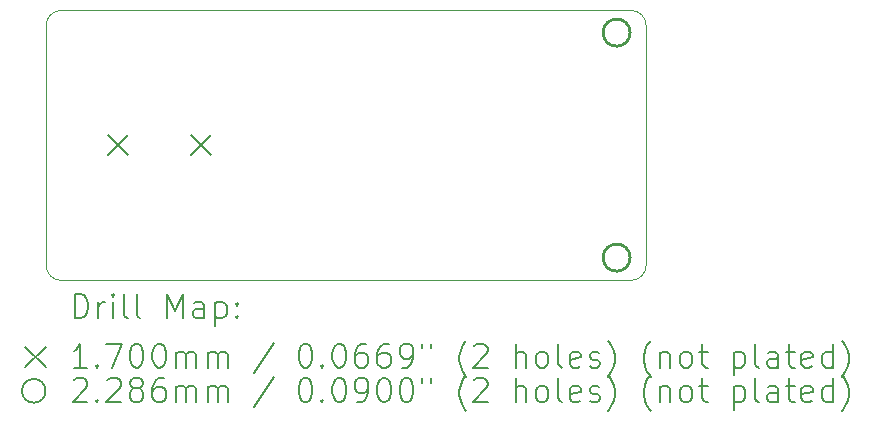
<source format=gbr>
%TF.GenerationSoftware,KiCad,Pcbnew,7.0.1*%
%TF.CreationDate,2023-08-17T16:02:13-05:00*%
%TF.ProjectId,MiniWAV,4d696e69-5741-4562-9e6b-696361645f70,A*%
%TF.SameCoordinates,Original*%
%TF.FileFunction,Drillmap*%
%TF.FilePolarity,Positive*%
%FSLAX45Y45*%
G04 Gerber Fmt 4.5, Leading zero omitted, Abs format (unit mm)*
G04 Created by KiCad (PCBNEW 7.0.1) date 2023-08-17 16:02:13*
%MOMM*%
%LPD*%
G01*
G04 APERTURE LIST*
%ADD10C,0.100000*%
%ADD11C,0.200000*%
%ADD12C,0.170000*%
%ADD13C,0.228600*%
G04 APERTURE END LIST*
D10*
X17040000Y-8814000D02*
X17040000Y-10846000D01*
X16913000Y-10973000D02*
G75*
G03*
X17040000Y-10846000I10J126990D01*
G01*
X12087000Y-8687000D02*
G75*
G03*
X11960000Y-8814000I10J-127010D01*
G01*
X12087000Y-8687000D02*
X16913000Y-8687000D01*
X17040000Y-8814000D02*
G75*
G03*
X16913000Y-8687000I-127000J0D01*
G01*
X11960000Y-10846000D02*
G75*
G03*
X12087000Y-10973000I127000J0D01*
G01*
X11960000Y-10846000D02*
X11960000Y-8814000D01*
X16913000Y-10973000D02*
X12087000Y-10973000D01*
D11*
D12*
X12485000Y-9745500D02*
X12655000Y-9915500D01*
X12655000Y-9745500D02*
X12485000Y-9915500D01*
X13185000Y-9745500D02*
X13355000Y-9915500D01*
X13355000Y-9745500D02*
X13185000Y-9915500D01*
D13*
X16904300Y-8875500D02*
G75*
G03*
X16904300Y-8875500I-114300J0D01*
G01*
X16904300Y-10780500D02*
G75*
G03*
X16904300Y-10780500I-114300J0D01*
G01*
D11*
X12202619Y-11290524D02*
X12202619Y-11090524D01*
X12202619Y-11090524D02*
X12250238Y-11090524D01*
X12250238Y-11090524D02*
X12278809Y-11100048D01*
X12278809Y-11100048D02*
X12297857Y-11119095D01*
X12297857Y-11119095D02*
X12307381Y-11138143D01*
X12307381Y-11138143D02*
X12316905Y-11176238D01*
X12316905Y-11176238D02*
X12316905Y-11204809D01*
X12316905Y-11204809D02*
X12307381Y-11242905D01*
X12307381Y-11242905D02*
X12297857Y-11261952D01*
X12297857Y-11261952D02*
X12278809Y-11281000D01*
X12278809Y-11281000D02*
X12250238Y-11290524D01*
X12250238Y-11290524D02*
X12202619Y-11290524D01*
X12402619Y-11290524D02*
X12402619Y-11157190D01*
X12402619Y-11195286D02*
X12412143Y-11176238D01*
X12412143Y-11176238D02*
X12421667Y-11166714D01*
X12421667Y-11166714D02*
X12440714Y-11157190D01*
X12440714Y-11157190D02*
X12459762Y-11157190D01*
X12526428Y-11290524D02*
X12526428Y-11157190D01*
X12526428Y-11090524D02*
X12516905Y-11100048D01*
X12516905Y-11100048D02*
X12526428Y-11109571D01*
X12526428Y-11109571D02*
X12535952Y-11100048D01*
X12535952Y-11100048D02*
X12526428Y-11090524D01*
X12526428Y-11090524D02*
X12526428Y-11109571D01*
X12650238Y-11290524D02*
X12631190Y-11281000D01*
X12631190Y-11281000D02*
X12621667Y-11261952D01*
X12621667Y-11261952D02*
X12621667Y-11090524D01*
X12755000Y-11290524D02*
X12735952Y-11281000D01*
X12735952Y-11281000D02*
X12726428Y-11261952D01*
X12726428Y-11261952D02*
X12726428Y-11090524D01*
X12983571Y-11290524D02*
X12983571Y-11090524D01*
X12983571Y-11090524D02*
X13050238Y-11233381D01*
X13050238Y-11233381D02*
X13116905Y-11090524D01*
X13116905Y-11090524D02*
X13116905Y-11290524D01*
X13297857Y-11290524D02*
X13297857Y-11185762D01*
X13297857Y-11185762D02*
X13288333Y-11166714D01*
X13288333Y-11166714D02*
X13269286Y-11157190D01*
X13269286Y-11157190D02*
X13231190Y-11157190D01*
X13231190Y-11157190D02*
X13212143Y-11166714D01*
X13297857Y-11281000D02*
X13278809Y-11290524D01*
X13278809Y-11290524D02*
X13231190Y-11290524D01*
X13231190Y-11290524D02*
X13212143Y-11281000D01*
X13212143Y-11281000D02*
X13202619Y-11261952D01*
X13202619Y-11261952D02*
X13202619Y-11242905D01*
X13202619Y-11242905D02*
X13212143Y-11223857D01*
X13212143Y-11223857D02*
X13231190Y-11214333D01*
X13231190Y-11214333D02*
X13278809Y-11214333D01*
X13278809Y-11214333D02*
X13297857Y-11204809D01*
X13393095Y-11157190D02*
X13393095Y-11357190D01*
X13393095Y-11166714D02*
X13412143Y-11157190D01*
X13412143Y-11157190D02*
X13450238Y-11157190D01*
X13450238Y-11157190D02*
X13469286Y-11166714D01*
X13469286Y-11166714D02*
X13478809Y-11176238D01*
X13478809Y-11176238D02*
X13488333Y-11195286D01*
X13488333Y-11195286D02*
X13488333Y-11252428D01*
X13488333Y-11252428D02*
X13478809Y-11271476D01*
X13478809Y-11271476D02*
X13469286Y-11281000D01*
X13469286Y-11281000D02*
X13450238Y-11290524D01*
X13450238Y-11290524D02*
X13412143Y-11290524D01*
X13412143Y-11290524D02*
X13393095Y-11281000D01*
X13574048Y-11271476D02*
X13583571Y-11281000D01*
X13583571Y-11281000D02*
X13574048Y-11290524D01*
X13574048Y-11290524D02*
X13564524Y-11281000D01*
X13564524Y-11281000D02*
X13574048Y-11271476D01*
X13574048Y-11271476D02*
X13574048Y-11290524D01*
X13574048Y-11166714D02*
X13583571Y-11176238D01*
X13583571Y-11176238D02*
X13574048Y-11185762D01*
X13574048Y-11185762D02*
X13564524Y-11176238D01*
X13564524Y-11176238D02*
X13574048Y-11166714D01*
X13574048Y-11166714D02*
X13574048Y-11185762D01*
D12*
X11785000Y-11533000D02*
X11955000Y-11703000D01*
X11955000Y-11533000D02*
X11785000Y-11703000D01*
D11*
X12307381Y-11710524D02*
X12193095Y-11710524D01*
X12250238Y-11710524D02*
X12250238Y-11510524D01*
X12250238Y-11510524D02*
X12231190Y-11539095D01*
X12231190Y-11539095D02*
X12212143Y-11558143D01*
X12212143Y-11558143D02*
X12193095Y-11567667D01*
X12393095Y-11691476D02*
X12402619Y-11701000D01*
X12402619Y-11701000D02*
X12393095Y-11710524D01*
X12393095Y-11710524D02*
X12383571Y-11701000D01*
X12383571Y-11701000D02*
X12393095Y-11691476D01*
X12393095Y-11691476D02*
X12393095Y-11710524D01*
X12469286Y-11510524D02*
X12602619Y-11510524D01*
X12602619Y-11510524D02*
X12516905Y-11710524D01*
X12716905Y-11510524D02*
X12735952Y-11510524D01*
X12735952Y-11510524D02*
X12755000Y-11520048D01*
X12755000Y-11520048D02*
X12764524Y-11529571D01*
X12764524Y-11529571D02*
X12774048Y-11548619D01*
X12774048Y-11548619D02*
X12783571Y-11586714D01*
X12783571Y-11586714D02*
X12783571Y-11634333D01*
X12783571Y-11634333D02*
X12774048Y-11672428D01*
X12774048Y-11672428D02*
X12764524Y-11691476D01*
X12764524Y-11691476D02*
X12755000Y-11701000D01*
X12755000Y-11701000D02*
X12735952Y-11710524D01*
X12735952Y-11710524D02*
X12716905Y-11710524D01*
X12716905Y-11710524D02*
X12697857Y-11701000D01*
X12697857Y-11701000D02*
X12688333Y-11691476D01*
X12688333Y-11691476D02*
X12678809Y-11672428D01*
X12678809Y-11672428D02*
X12669286Y-11634333D01*
X12669286Y-11634333D02*
X12669286Y-11586714D01*
X12669286Y-11586714D02*
X12678809Y-11548619D01*
X12678809Y-11548619D02*
X12688333Y-11529571D01*
X12688333Y-11529571D02*
X12697857Y-11520048D01*
X12697857Y-11520048D02*
X12716905Y-11510524D01*
X12907381Y-11510524D02*
X12926429Y-11510524D01*
X12926429Y-11510524D02*
X12945476Y-11520048D01*
X12945476Y-11520048D02*
X12955000Y-11529571D01*
X12955000Y-11529571D02*
X12964524Y-11548619D01*
X12964524Y-11548619D02*
X12974048Y-11586714D01*
X12974048Y-11586714D02*
X12974048Y-11634333D01*
X12974048Y-11634333D02*
X12964524Y-11672428D01*
X12964524Y-11672428D02*
X12955000Y-11691476D01*
X12955000Y-11691476D02*
X12945476Y-11701000D01*
X12945476Y-11701000D02*
X12926429Y-11710524D01*
X12926429Y-11710524D02*
X12907381Y-11710524D01*
X12907381Y-11710524D02*
X12888333Y-11701000D01*
X12888333Y-11701000D02*
X12878809Y-11691476D01*
X12878809Y-11691476D02*
X12869286Y-11672428D01*
X12869286Y-11672428D02*
X12859762Y-11634333D01*
X12859762Y-11634333D02*
X12859762Y-11586714D01*
X12859762Y-11586714D02*
X12869286Y-11548619D01*
X12869286Y-11548619D02*
X12878809Y-11529571D01*
X12878809Y-11529571D02*
X12888333Y-11520048D01*
X12888333Y-11520048D02*
X12907381Y-11510524D01*
X13059762Y-11710524D02*
X13059762Y-11577190D01*
X13059762Y-11596238D02*
X13069286Y-11586714D01*
X13069286Y-11586714D02*
X13088333Y-11577190D01*
X13088333Y-11577190D02*
X13116905Y-11577190D01*
X13116905Y-11577190D02*
X13135952Y-11586714D01*
X13135952Y-11586714D02*
X13145476Y-11605762D01*
X13145476Y-11605762D02*
X13145476Y-11710524D01*
X13145476Y-11605762D02*
X13155000Y-11586714D01*
X13155000Y-11586714D02*
X13174048Y-11577190D01*
X13174048Y-11577190D02*
X13202619Y-11577190D01*
X13202619Y-11577190D02*
X13221667Y-11586714D01*
X13221667Y-11586714D02*
X13231190Y-11605762D01*
X13231190Y-11605762D02*
X13231190Y-11710524D01*
X13326429Y-11710524D02*
X13326429Y-11577190D01*
X13326429Y-11596238D02*
X13335952Y-11586714D01*
X13335952Y-11586714D02*
X13355000Y-11577190D01*
X13355000Y-11577190D02*
X13383571Y-11577190D01*
X13383571Y-11577190D02*
X13402619Y-11586714D01*
X13402619Y-11586714D02*
X13412143Y-11605762D01*
X13412143Y-11605762D02*
X13412143Y-11710524D01*
X13412143Y-11605762D02*
X13421667Y-11586714D01*
X13421667Y-11586714D02*
X13440714Y-11577190D01*
X13440714Y-11577190D02*
X13469286Y-11577190D01*
X13469286Y-11577190D02*
X13488333Y-11586714D01*
X13488333Y-11586714D02*
X13497857Y-11605762D01*
X13497857Y-11605762D02*
X13497857Y-11710524D01*
X13888333Y-11501000D02*
X13716905Y-11758143D01*
X14145476Y-11510524D02*
X14164524Y-11510524D01*
X14164524Y-11510524D02*
X14183572Y-11520048D01*
X14183572Y-11520048D02*
X14193095Y-11529571D01*
X14193095Y-11529571D02*
X14202619Y-11548619D01*
X14202619Y-11548619D02*
X14212143Y-11586714D01*
X14212143Y-11586714D02*
X14212143Y-11634333D01*
X14212143Y-11634333D02*
X14202619Y-11672428D01*
X14202619Y-11672428D02*
X14193095Y-11691476D01*
X14193095Y-11691476D02*
X14183572Y-11701000D01*
X14183572Y-11701000D02*
X14164524Y-11710524D01*
X14164524Y-11710524D02*
X14145476Y-11710524D01*
X14145476Y-11710524D02*
X14126429Y-11701000D01*
X14126429Y-11701000D02*
X14116905Y-11691476D01*
X14116905Y-11691476D02*
X14107381Y-11672428D01*
X14107381Y-11672428D02*
X14097857Y-11634333D01*
X14097857Y-11634333D02*
X14097857Y-11586714D01*
X14097857Y-11586714D02*
X14107381Y-11548619D01*
X14107381Y-11548619D02*
X14116905Y-11529571D01*
X14116905Y-11529571D02*
X14126429Y-11520048D01*
X14126429Y-11520048D02*
X14145476Y-11510524D01*
X14297857Y-11691476D02*
X14307381Y-11701000D01*
X14307381Y-11701000D02*
X14297857Y-11710524D01*
X14297857Y-11710524D02*
X14288333Y-11701000D01*
X14288333Y-11701000D02*
X14297857Y-11691476D01*
X14297857Y-11691476D02*
X14297857Y-11710524D01*
X14431191Y-11510524D02*
X14450238Y-11510524D01*
X14450238Y-11510524D02*
X14469286Y-11520048D01*
X14469286Y-11520048D02*
X14478810Y-11529571D01*
X14478810Y-11529571D02*
X14488333Y-11548619D01*
X14488333Y-11548619D02*
X14497857Y-11586714D01*
X14497857Y-11586714D02*
X14497857Y-11634333D01*
X14497857Y-11634333D02*
X14488333Y-11672428D01*
X14488333Y-11672428D02*
X14478810Y-11691476D01*
X14478810Y-11691476D02*
X14469286Y-11701000D01*
X14469286Y-11701000D02*
X14450238Y-11710524D01*
X14450238Y-11710524D02*
X14431191Y-11710524D01*
X14431191Y-11710524D02*
X14412143Y-11701000D01*
X14412143Y-11701000D02*
X14402619Y-11691476D01*
X14402619Y-11691476D02*
X14393095Y-11672428D01*
X14393095Y-11672428D02*
X14383572Y-11634333D01*
X14383572Y-11634333D02*
X14383572Y-11586714D01*
X14383572Y-11586714D02*
X14393095Y-11548619D01*
X14393095Y-11548619D02*
X14402619Y-11529571D01*
X14402619Y-11529571D02*
X14412143Y-11520048D01*
X14412143Y-11520048D02*
X14431191Y-11510524D01*
X14669286Y-11510524D02*
X14631191Y-11510524D01*
X14631191Y-11510524D02*
X14612143Y-11520048D01*
X14612143Y-11520048D02*
X14602619Y-11529571D01*
X14602619Y-11529571D02*
X14583572Y-11558143D01*
X14583572Y-11558143D02*
X14574048Y-11596238D01*
X14574048Y-11596238D02*
X14574048Y-11672428D01*
X14574048Y-11672428D02*
X14583572Y-11691476D01*
X14583572Y-11691476D02*
X14593095Y-11701000D01*
X14593095Y-11701000D02*
X14612143Y-11710524D01*
X14612143Y-11710524D02*
X14650238Y-11710524D01*
X14650238Y-11710524D02*
X14669286Y-11701000D01*
X14669286Y-11701000D02*
X14678810Y-11691476D01*
X14678810Y-11691476D02*
X14688333Y-11672428D01*
X14688333Y-11672428D02*
X14688333Y-11624809D01*
X14688333Y-11624809D02*
X14678810Y-11605762D01*
X14678810Y-11605762D02*
X14669286Y-11596238D01*
X14669286Y-11596238D02*
X14650238Y-11586714D01*
X14650238Y-11586714D02*
X14612143Y-11586714D01*
X14612143Y-11586714D02*
X14593095Y-11596238D01*
X14593095Y-11596238D02*
X14583572Y-11605762D01*
X14583572Y-11605762D02*
X14574048Y-11624809D01*
X14859762Y-11510524D02*
X14821667Y-11510524D01*
X14821667Y-11510524D02*
X14802619Y-11520048D01*
X14802619Y-11520048D02*
X14793095Y-11529571D01*
X14793095Y-11529571D02*
X14774048Y-11558143D01*
X14774048Y-11558143D02*
X14764524Y-11596238D01*
X14764524Y-11596238D02*
X14764524Y-11672428D01*
X14764524Y-11672428D02*
X14774048Y-11691476D01*
X14774048Y-11691476D02*
X14783572Y-11701000D01*
X14783572Y-11701000D02*
X14802619Y-11710524D01*
X14802619Y-11710524D02*
X14840714Y-11710524D01*
X14840714Y-11710524D02*
X14859762Y-11701000D01*
X14859762Y-11701000D02*
X14869286Y-11691476D01*
X14869286Y-11691476D02*
X14878810Y-11672428D01*
X14878810Y-11672428D02*
X14878810Y-11624809D01*
X14878810Y-11624809D02*
X14869286Y-11605762D01*
X14869286Y-11605762D02*
X14859762Y-11596238D01*
X14859762Y-11596238D02*
X14840714Y-11586714D01*
X14840714Y-11586714D02*
X14802619Y-11586714D01*
X14802619Y-11586714D02*
X14783572Y-11596238D01*
X14783572Y-11596238D02*
X14774048Y-11605762D01*
X14774048Y-11605762D02*
X14764524Y-11624809D01*
X14974048Y-11710524D02*
X15012143Y-11710524D01*
X15012143Y-11710524D02*
X15031191Y-11701000D01*
X15031191Y-11701000D02*
X15040714Y-11691476D01*
X15040714Y-11691476D02*
X15059762Y-11662905D01*
X15059762Y-11662905D02*
X15069286Y-11624809D01*
X15069286Y-11624809D02*
X15069286Y-11548619D01*
X15069286Y-11548619D02*
X15059762Y-11529571D01*
X15059762Y-11529571D02*
X15050238Y-11520048D01*
X15050238Y-11520048D02*
X15031191Y-11510524D01*
X15031191Y-11510524D02*
X14993095Y-11510524D01*
X14993095Y-11510524D02*
X14974048Y-11520048D01*
X14974048Y-11520048D02*
X14964524Y-11529571D01*
X14964524Y-11529571D02*
X14955000Y-11548619D01*
X14955000Y-11548619D02*
X14955000Y-11596238D01*
X14955000Y-11596238D02*
X14964524Y-11615286D01*
X14964524Y-11615286D02*
X14974048Y-11624809D01*
X14974048Y-11624809D02*
X14993095Y-11634333D01*
X14993095Y-11634333D02*
X15031191Y-11634333D01*
X15031191Y-11634333D02*
X15050238Y-11624809D01*
X15050238Y-11624809D02*
X15059762Y-11615286D01*
X15059762Y-11615286D02*
X15069286Y-11596238D01*
X15145476Y-11510524D02*
X15145476Y-11548619D01*
X15221667Y-11510524D02*
X15221667Y-11548619D01*
X15516905Y-11786714D02*
X15507381Y-11777190D01*
X15507381Y-11777190D02*
X15488334Y-11748619D01*
X15488334Y-11748619D02*
X15478810Y-11729571D01*
X15478810Y-11729571D02*
X15469286Y-11701000D01*
X15469286Y-11701000D02*
X15459762Y-11653381D01*
X15459762Y-11653381D02*
X15459762Y-11615286D01*
X15459762Y-11615286D02*
X15469286Y-11567667D01*
X15469286Y-11567667D02*
X15478810Y-11539095D01*
X15478810Y-11539095D02*
X15488334Y-11520048D01*
X15488334Y-11520048D02*
X15507381Y-11491476D01*
X15507381Y-11491476D02*
X15516905Y-11481952D01*
X15583572Y-11529571D02*
X15593095Y-11520048D01*
X15593095Y-11520048D02*
X15612143Y-11510524D01*
X15612143Y-11510524D02*
X15659762Y-11510524D01*
X15659762Y-11510524D02*
X15678810Y-11520048D01*
X15678810Y-11520048D02*
X15688334Y-11529571D01*
X15688334Y-11529571D02*
X15697857Y-11548619D01*
X15697857Y-11548619D02*
X15697857Y-11567667D01*
X15697857Y-11567667D02*
X15688334Y-11596238D01*
X15688334Y-11596238D02*
X15574048Y-11710524D01*
X15574048Y-11710524D02*
X15697857Y-11710524D01*
X15935953Y-11710524D02*
X15935953Y-11510524D01*
X16021667Y-11710524D02*
X16021667Y-11605762D01*
X16021667Y-11605762D02*
X16012143Y-11586714D01*
X16012143Y-11586714D02*
X15993096Y-11577190D01*
X15993096Y-11577190D02*
X15964524Y-11577190D01*
X15964524Y-11577190D02*
X15945476Y-11586714D01*
X15945476Y-11586714D02*
X15935953Y-11596238D01*
X16145476Y-11710524D02*
X16126429Y-11701000D01*
X16126429Y-11701000D02*
X16116905Y-11691476D01*
X16116905Y-11691476D02*
X16107381Y-11672428D01*
X16107381Y-11672428D02*
X16107381Y-11615286D01*
X16107381Y-11615286D02*
X16116905Y-11596238D01*
X16116905Y-11596238D02*
X16126429Y-11586714D01*
X16126429Y-11586714D02*
X16145476Y-11577190D01*
X16145476Y-11577190D02*
X16174048Y-11577190D01*
X16174048Y-11577190D02*
X16193096Y-11586714D01*
X16193096Y-11586714D02*
X16202619Y-11596238D01*
X16202619Y-11596238D02*
X16212143Y-11615286D01*
X16212143Y-11615286D02*
X16212143Y-11672428D01*
X16212143Y-11672428D02*
X16202619Y-11691476D01*
X16202619Y-11691476D02*
X16193096Y-11701000D01*
X16193096Y-11701000D02*
X16174048Y-11710524D01*
X16174048Y-11710524D02*
X16145476Y-11710524D01*
X16326429Y-11710524D02*
X16307381Y-11701000D01*
X16307381Y-11701000D02*
X16297857Y-11681952D01*
X16297857Y-11681952D02*
X16297857Y-11510524D01*
X16478810Y-11701000D02*
X16459762Y-11710524D01*
X16459762Y-11710524D02*
X16421667Y-11710524D01*
X16421667Y-11710524D02*
X16402619Y-11701000D01*
X16402619Y-11701000D02*
X16393096Y-11681952D01*
X16393096Y-11681952D02*
X16393096Y-11605762D01*
X16393096Y-11605762D02*
X16402619Y-11586714D01*
X16402619Y-11586714D02*
X16421667Y-11577190D01*
X16421667Y-11577190D02*
X16459762Y-11577190D01*
X16459762Y-11577190D02*
X16478810Y-11586714D01*
X16478810Y-11586714D02*
X16488334Y-11605762D01*
X16488334Y-11605762D02*
X16488334Y-11624809D01*
X16488334Y-11624809D02*
X16393096Y-11643857D01*
X16564524Y-11701000D02*
X16583572Y-11710524D01*
X16583572Y-11710524D02*
X16621667Y-11710524D01*
X16621667Y-11710524D02*
X16640715Y-11701000D01*
X16640715Y-11701000D02*
X16650238Y-11681952D01*
X16650238Y-11681952D02*
X16650238Y-11672428D01*
X16650238Y-11672428D02*
X16640715Y-11653381D01*
X16640715Y-11653381D02*
X16621667Y-11643857D01*
X16621667Y-11643857D02*
X16593096Y-11643857D01*
X16593096Y-11643857D02*
X16574048Y-11634333D01*
X16574048Y-11634333D02*
X16564524Y-11615286D01*
X16564524Y-11615286D02*
X16564524Y-11605762D01*
X16564524Y-11605762D02*
X16574048Y-11586714D01*
X16574048Y-11586714D02*
X16593096Y-11577190D01*
X16593096Y-11577190D02*
X16621667Y-11577190D01*
X16621667Y-11577190D02*
X16640715Y-11586714D01*
X16716905Y-11786714D02*
X16726429Y-11777190D01*
X16726429Y-11777190D02*
X16745477Y-11748619D01*
X16745477Y-11748619D02*
X16755000Y-11729571D01*
X16755000Y-11729571D02*
X16764524Y-11701000D01*
X16764524Y-11701000D02*
X16774048Y-11653381D01*
X16774048Y-11653381D02*
X16774048Y-11615286D01*
X16774048Y-11615286D02*
X16764524Y-11567667D01*
X16764524Y-11567667D02*
X16755000Y-11539095D01*
X16755000Y-11539095D02*
X16745477Y-11520048D01*
X16745477Y-11520048D02*
X16726429Y-11491476D01*
X16726429Y-11491476D02*
X16716905Y-11481952D01*
X17078810Y-11786714D02*
X17069286Y-11777190D01*
X17069286Y-11777190D02*
X17050239Y-11748619D01*
X17050239Y-11748619D02*
X17040715Y-11729571D01*
X17040715Y-11729571D02*
X17031191Y-11701000D01*
X17031191Y-11701000D02*
X17021667Y-11653381D01*
X17021667Y-11653381D02*
X17021667Y-11615286D01*
X17021667Y-11615286D02*
X17031191Y-11567667D01*
X17031191Y-11567667D02*
X17040715Y-11539095D01*
X17040715Y-11539095D02*
X17050239Y-11520048D01*
X17050239Y-11520048D02*
X17069286Y-11491476D01*
X17069286Y-11491476D02*
X17078810Y-11481952D01*
X17155000Y-11577190D02*
X17155000Y-11710524D01*
X17155000Y-11596238D02*
X17164524Y-11586714D01*
X17164524Y-11586714D02*
X17183572Y-11577190D01*
X17183572Y-11577190D02*
X17212143Y-11577190D01*
X17212143Y-11577190D02*
X17231191Y-11586714D01*
X17231191Y-11586714D02*
X17240715Y-11605762D01*
X17240715Y-11605762D02*
X17240715Y-11710524D01*
X17364524Y-11710524D02*
X17345477Y-11701000D01*
X17345477Y-11701000D02*
X17335953Y-11691476D01*
X17335953Y-11691476D02*
X17326429Y-11672428D01*
X17326429Y-11672428D02*
X17326429Y-11615286D01*
X17326429Y-11615286D02*
X17335953Y-11596238D01*
X17335953Y-11596238D02*
X17345477Y-11586714D01*
X17345477Y-11586714D02*
X17364524Y-11577190D01*
X17364524Y-11577190D02*
X17393096Y-11577190D01*
X17393096Y-11577190D02*
X17412143Y-11586714D01*
X17412143Y-11586714D02*
X17421667Y-11596238D01*
X17421667Y-11596238D02*
X17431191Y-11615286D01*
X17431191Y-11615286D02*
X17431191Y-11672428D01*
X17431191Y-11672428D02*
X17421667Y-11691476D01*
X17421667Y-11691476D02*
X17412143Y-11701000D01*
X17412143Y-11701000D02*
X17393096Y-11710524D01*
X17393096Y-11710524D02*
X17364524Y-11710524D01*
X17488334Y-11577190D02*
X17564524Y-11577190D01*
X17516905Y-11510524D02*
X17516905Y-11681952D01*
X17516905Y-11681952D02*
X17526429Y-11701000D01*
X17526429Y-11701000D02*
X17545477Y-11710524D01*
X17545477Y-11710524D02*
X17564524Y-11710524D01*
X17783572Y-11577190D02*
X17783572Y-11777190D01*
X17783572Y-11586714D02*
X17802620Y-11577190D01*
X17802620Y-11577190D02*
X17840715Y-11577190D01*
X17840715Y-11577190D02*
X17859762Y-11586714D01*
X17859762Y-11586714D02*
X17869286Y-11596238D01*
X17869286Y-11596238D02*
X17878810Y-11615286D01*
X17878810Y-11615286D02*
X17878810Y-11672428D01*
X17878810Y-11672428D02*
X17869286Y-11691476D01*
X17869286Y-11691476D02*
X17859762Y-11701000D01*
X17859762Y-11701000D02*
X17840715Y-11710524D01*
X17840715Y-11710524D02*
X17802620Y-11710524D01*
X17802620Y-11710524D02*
X17783572Y-11701000D01*
X17993096Y-11710524D02*
X17974048Y-11701000D01*
X17974048Y-11701000D02*
X17964524Y-11681952D01*
X17964524Y-11681952D02*
X17964524Y-11510524D01*
X18155001Y-11710524D02*
X18155001Y-11605762D01*
X18155001Y-11605762D02*
X18145477Y-11586714D01*
X18145477Y-11586714D02*
X18126429Y-11577190D01*
X18126429Y-11577190D02*
X18088334Y-11577190D01*
X18088334Y-11577190D02*
X18069286Y-11586714D01*
X18155001Y-11701000D02*
X18135953Y-11710524D01*
X18135953Y-11710524D02*
X18088334Y-11710524D01*
X18088334Y-11710524D02*
X18069286Y-11701000D01*
X18069286Y-11701000D02*
X18059762Y-11681952D01*
X18059762Y-11681952D02*
X18059762Y-11662905D01*
X18059762Y-11662905D02*
X18069286Y-11643857D01*
X18069286Y-11643857D02*
X18088334Y-11634333D01*
X18088334Y-11634333D02*
X18135953Y-11634333D01*
X18135953Y-11634333D02*
X18155001Y-11624809D01*
X18221667Y-11577190D02*
X18297858Y-11577190D01*
X18250239Y-11510524D02*
X18250239Y-11681952D01*
X18250239Y-11681952D02*
X18259762Y-11701000D01*
X18259762Y-11701000D02*
X18278810Y-11710524D01*
X18278810Y-11710524D02*
X18297858Y-11710524D01*
X18440715Y-11701000D02*
X18421667Y-11710524D01*
X18421667Y-11710524D02*
X18383572Y-11710524D01*
X18383572Y-11710524D02*
X18364524Y-11701000D01*
X18364524Y-11701000D02*
X18355001Y-11681952D01*
X18355001Y-11681952D02*
X18355001Y-11605762D01*
X18355001Y-11605762D02*
X18364524Y-11586714D01*
X18364524Y-11586714D02*
X18383572Y-11577190D01*
X18383572Y-11577190D02*
X18421667Y-11577190D01*
X18421667Y-11577190D02*
X18440715Y-11586714D01*
X18440715Y-11586714D02*
X18450239Y-11605762D01*
X18450239Y-11605762D02*
X18450239Y-11624809D01*
X18450239Y-11624809D02*
X18355001Y-11643857D01*
X18621667Y-11710524D02*
X18621667Y-11510524D01*
X18621667Y-11701000D02*
X18602620Y-11710524D01*
X18602620Y-11710524D02*
X18564524Y-11710524D01*
X18564524Y-11710524D02*
X18545477Y-11701000D01*
X18545477Y-11701000D02*
X18535953Y-11691476D01*
X18535953Y-11691476D02*
X18526429Y-11672428D01*
X18526429Y-11672428D02*
X18526429Y-11615286D01*
X18526429Y-11615286D02*
X18535953Y-11596238D01*
X18535953Y-11596238D02*
X18545477Y-11586714D01*
X18545477Y-11586714D02*
X18564524Y-11577190D01*
X18564524Y-11577190D02*
X18602620Y-11577190D01*
X18602620Y-11577190D02*
X18621667Y-11586714D01*
X18697858Y-11786714D02*
X18707382Y-11777190D01*
X18707382Y-11777190D02*
X18726429Y-11748619D01*
X18726429Y-11748619D02*
X18735953Y-11729571D01*
X18735953Y-11729571D02*
X18745477Y-11701000D01*
X18745477Y-11701000D02*
X18755001Y-11653381D01*
X18755001Y-11653381D02*
X18755001Y-11615286D01*
X18755001Y-11615286D02*
X18745477Y-11567667D01*
X18745477Y-11567667D02*
X18735953Y-11539095D01*
X18735953Y-11539095D02*
X18726429Y-11520048D01*
X18726429Y-11520048D02*
X18707382Y-11491476D01*
X18707382Y-11491476D02*
X18697858Y-11481952D01*
X11955000Y-11908000D02*
G75*
G03*
X11955000Y-11908000I-100000J0D01*
G01*
X12193095Y-11819571D02*
X12202619Y-11810048D01*
X12202619Y-11810048D02*
X12221667Y-11800524D01*
X12221667Y-11800524D02*
X12269286Y-11800524D01*
X12269286Y-11800524D02*
X12288333Y-11810048D01*
X12288333Y-11810048D02*
X12297857Y-11819571D01*
X12297857Y-11819571D02*
X12307381Y-11838619D01*
X12307381Y-11838619D02*
X12307381Y-11857667D01*
X12307381Y-11857667D02*
X12297857Y-11886238D01*
X12297857Y-11886238D02*
X12183571Y-12000524D01*
X12183571Y-12000524D02*
X12307381Y-12000524D01*
X12393095Y-11981476D02*
X12402619Y-11991000D01*
X12402619Y-11991000D02*
X12393095Y-12000524D01*
X12393095Y-12000524D02*
X12383571Y-11991000D01*
X12383571Y-11991000D02*
X12393095Y-11981476D01*
X12393095Y-11981476D02*
X12393095Y-12000524D01*
X12478809Y-11819571D02*
X12488333Y-11810048D01*
X12488333Y-11810048D02*
X12507381Y-11800524D01*
X12507381Y-11800524D02*
X12555000Y-11800524D01*
X12555000Y-11800524D02*
X12574048Y-11810048D01*
X12574048Y-11810048D02*
X12583571Y-11819571D01*
X12583571Y-11819571D02*
X12593095Y-11838619D01*
X12593095Y-11838619D02*
X12593095Y-11857667D01*
X12593095Y-11857667D02*
X12583571Y-11886238D01*
X12583571Y-11886238D02*
X12469286Y-12000524D01*
X12469286Y-12000524D02*
X12593095Y-12000524D01*
X12707381Y-11886238D02*
X12688333Y-11876714D01*
X12688333Y-11876714D02*
X12678809Y-11867190D01*
X12678809Y-11867190D02*
X12669286Y-11848143D01*
X12669286Y-11848143D02*
X12669286Y-11838619D01*
X12669286Y-11838619D02*
X12678809Y-11819571D01*
X12678809Y-11819571D02*
X12688333Y-11810048D01*
X12688333Y-11810048D02*
X12707381Y-11800524D01*
X12707381Y-11800524D02*
X12745476Y-11800524D01*
X12745476Y-11800524D02*
X12764524Y-11810048D01*
X12764524Y-11810048D02*
X12774048Y-11819571D01*
X12774048Y-11819571D02*
X12783571Y-11838619D01*
X12783571Y-11838619D02*
X12783571Y-11848143D01*
X12783571Y-11848143D02*
X12774048Y-11867190D01*
X12774048Y-11867190D02*
X12764524Y-11876714D01*
X12764524Y-11876714D02*
X12745476Y-11886238D01*
X12745476Y-11886238D02*
X12707381Y-11886238D01*
X12707381Y-11886238D02*
X12688333Y-11895762D01*
X12688333Y-11895762D02*
X12678809Y-11905286D01*
X12678809Y-11905286D02*
X12669286Y-11924333D01*
X12669286Y-11924333D02*
X12669286Y-11962428D01*
X12669286Y-11962428D02*
X12678809Y-11981476D01*
X12678809Y-11981476D02*
X12688333Y-11991000D01*
X12688333Y-11991000D02*
X12707381Y-12000524D01*
X12707381Y-12000524D02*
X12745476Y-12000524D01*
X12745476Y-12000524D02*
X12764524Y-11991000D01*
X12764524Y-11991000D02*
X12774048Y-11981476D01*
X12774048Y-11981476D02*
X12783571Y-11962428D01*
X12783571Y-11962428D02*
X12783571Y-11924333D01*
X12783571Y-11924333D02*
X12774048Y-11905286D01*
X12774048Y-11905286D02*
X12764524Y-11895762D01*
X12764524Y-11895762D02*
X12745476Y-11886238D01*
X12955000Y-11800524D02*
X12916905Y-11800524D01*
X12916905Y-11800524D02*
X12897857Y-11810048D01*
X12897857Y-11810048D02*
X12888333Y-11819571D01*
X12888333Y-11819571D02*
X12869286Y-11848143D01*
X12869286Y-11848143D02*
X12859762Y-11886238D01*
X12859762Y-11886238D02*
X12859762Y-11962428D01*
X12859762Y-11962428D02*
X12869286Y-11981476D01*
X12869286Y-11981476D02*
X12878809Y-11991000D01*
X12878809Y-11991000D02*
X12897857Y-12000524D01*
X12897857Y-12000524D02*
X12935952Y-12000524D01*
X12935952Y-12000524D02*
X12955000Y-11991000D01*
X12955000Y-11991000D02*
X12964524Y-11981476D01*
X12964524Y-11981476D02*
X12974048Y-11962428D01*
X12974048Y-11962428D02*
X12974048Y-11914809D01*
X12974048Y-11914809D02*
X12964524Y-11895762D01*
X12964524Y-11895762D02*
X12955000Y-11886238D01*
X12955000Y-11886238D02*
X12935952Y-11876714D01*
X12935952Y-11876714D02*
X12897857Y-11876714D01*
X12897857Y-11876714D02*
X12878809Y-11886238D01*
X12878809Y-11886238D02*
X12869286Y-11895762D01*
X12869286Y-11895762D02*
X12859762Y-11914809D01*
X13059762Y-12000524D02*
X13059762Y-11867190D01*
X13059762Y-11886238D02*
X13069286Y-11876714D01*
X13069286Y-11876714D02*
X13088333Y-11867190D01*
X13088333Y-11867190D02*
X13116905Y-11867190D01*
X13116905Y-11867190D02*
X13135952Y-11876714D01*
X13135952Y-11876714D02*
X13145476Y-11895762D01*
X13145476Y-11895762D02*
X13145476Y-12000524D01*
X13145476Y-11895762D02*
X13155000Y-11876714D01*
X13155000Y-11876714D02*
X13174048Y-11867190D01*
X13174048Y-11867190D02*
X13202619Y-11867190D01*
X13202619Y-11867190D02*
X13221667Y-11876714D01*
X13221667Y-11876714D02*
X13231190Y-11895762D01*
X13231190Y-11895762D02*
X13231190Y-12000524D01*
X13326429Y-12000524D02*
X13326429Y-11867190D01*
X13326429Y-11886238D02*
X13335952Y-11876714D01*
X13335952Y-11876714D02*
X13355000Y-11867190D01*
X13355000Y-11867190D02*
X13383571Y-11867190D01*
X13383571Y-11867190D02*
X13402619Y-11876714D01*
X13402619Y-11876714D02*
X13412143Y-11895762D01*
X13412143Y-11895762D02*
X13412143Y-12000524D01*
X13412143Y-11895762D02*
X13421667Y-11876714D01*
X13421667Y-11876714D02*
X13440714Y-11867190D01*
X13440714Y-11867190D02*
X13469286Y-11867190D01*
X13469286Y-11867190D02*
X13488333Y-11876714D01*
X13488333Y-11876714D02*
X13497857Y-11895762D01*
X13497857Y-11895762D02*
X13497857Y-12000524D01*
X13888333Y-11791000D02*
X13716905Y-12048143D01*
X14145476Y-11800524D02*
X14164524Y-11800524D01*
X14164524Y-11800524D02*
X14183572Y-11810048D01*
X14183572Y-11810048D02*
X14193095Y-11819571D01*
X14193095Y-11819571D02*
X14202619Y-11838619D01*
X14202619Y-11838619D02*
X14212143Y-11876714D01*
X14212143Y-11876714D02*
X14212143Y-11924333D01*
X14212143Y-11924333D02*
X14202619Y-11962428D01*
X14202619Y-11962428D02*
X14193095Y-11981476D01*
X14193095Y-11981476D02*
X14183572Y-11991000D01*
X14183572Y-11991000D02*
X14164524Y-12000524D01*
X14164524Y-12000524D02*
X14145476Y-12000524D01*
X14145476Y-12000524D02*
X14126429Y-11991000D01*
X14126429Y-11991000D02*
X14116905Y-11981476D01*
X14116905Y-11981476D02*
X14107381Y-11962428D01*
X14107381Y-11962428D02*
X14097857Y-11924333D01*
X14097857Y-11924333D02*
X14097857Y-11876714D01*
X14097857Y-11876714D02*
X14107381Y-11838619D01*
X14107381Y-11838619D02*
X14116905Y-11819571D01*
X14116905Y-11819571D02*
X14126429Y-11810048D01*
X14126429Y-11810048D02*
X14145476Y-11800524D01*
X14297857Y-11981476D02*
X14307381Y-11991000D01*
X14307381Y-11991000D02*
X14297857Y-12000524D01*
X14297857Y-12000524D02*
X14288333Y-11991000D01*
X14288333Y-11991000D02*
X14297857Y-11981476D01*
X14297857Y-11981476D02*
X14297857Y-12000524D01*
X14431191Y-11800524D02*
X14450238Y-11800524D01*
X14450238Y-11800524D02*
X14469286Y-11810048D01*
X14469286Y-11810048D02*
X14478810Y-11819571D01*
X14478810Y-11819571D02*
X14488333Y-11838619D01*
X14488333Y-11838619D02*
X14497857Y-11876714D01*
X14497857Y-11876714D02*
X14497857Y-11924333D01*
X14497857Y-11924333D02*
X14488333Y-11962428D01*
X14488333Y-11962428D02*
X14478810Y-11981476D01*
X14478810Y-11981476D02*
X14469286Y-11991000D01*
X14469286Y-11991000D02*
X14450238Y-12000524D01*
X14450238Y-12000524D02*
X14431191Y-12000524D01*
X14431191Y-12000524D02*
X14412143Y-11991000D01*
X14412143Y-11991000D02*
X14402619Y-11981476D01*
X14402619Y-11981476D02*
X14393095Y-11962428D01*
X14393095Y-11962428D02*
X14383572Y-11924333D01*
X14383572Y-11924333D02*
X14383572Y-11876714D01*
X14383572Y-11876714D02*
X14393095Y-11838619D01*
X14393095Y-11838619D02*
X14402619Y-11819571D01*
X14402619Y-11819571D02*
X14412143Y-11810048D01*
X14412143Y-11810048D02*
X14431191Y-11800524D01*
X14593095Y-12000524D02*
X14631191Y-12000524D01*
X14631191Y-12000524D02*
X14650238Y-11991000D01*
X14650238Y-11991000D02*
X14659762Y-11981476D01*
X14659762Y-11981476D02*
X14678810Y-11952905D01*
X14678810Y-11952905D02*
X14688333Y-11914809D01*
X14688333Y-11914809D02*
X14688333Y-11838619D01*
X14688333Y-11838619D02*
X14678810Y-11819571D01*
X14678810Y-11819571D02*
X14669286Y-11810048D01*
X14669286Y-11810048D02*
X14650238Y-11800524D01*
X14650238Y-11800524D02*
X14612143Y-11800524D01*
X14612143Y-11800524D02*
X14593095Y-11810048D01*
X14593095Y-11810048D02*
X14583572Y-11819571D01*
X14583572Y-11819571D02*
X14574048Y-11838619D01*
X14574048Y-11838619D02*
X14574048Y-11886238D01*
X14574048Y-11886238D02*
X14583572Y-11905286D01*
X14583572Y-11905286D02*
X14593095Y-11914809D01*
X14593095Y-11914809D02*
X14612143Y-11924333D01*
X14612143Y-11924333D02*
X14650238Y-11924333D01*
X14650238Y-11924333D02*
X14669286Y-11914809D01*
X14669286Y-11914809D02*
X14678810Y-11905286D01*
X14678810Y-11905286D02*
X14688333Y-11886238D01*
X14812143Y-11800524D02*
X14831191Y-11800524D01*
X14831191Y-11800524D02*
X14850238Y-11810048D01*
X14850238Y-11810048D02*
X14859762Y-11819571D01*
X14859762Y-11819571D02*
X14869286Y-11838619D01*
X14869286Y-11838619D02*
X14878810Y-11876714D01*
X14878810Y-11876714D02*
X14878810Y-11924333D01*
X14878810Y-11924333D02*
X14869286Y-11962428D01*
X14869286Y-11962428D02*
X14859762Y-11981476D01*
X14859762Y-11981476D02*
X14850238Y-11991000D01*
X14850238Y-11991000D02*
X14831191Y-12000524D01*
X14831191Y-12000524D02*
X14812143Y-12000524D01*
X14812143Y-12000524D02*
X14793095Y-11991000D01*
X14793095Y-11991000D02*
X14783572Y-11981476D01*
X14783572Y-11981476D02*
X14774048Y-11962428D01*
X14774048Y-11962428D02*
X14764524Y-11924333D01*
X14764524Y-11924333D02*
X14764524Y-11876714D01*
X14764524Y-11876714D02*
X14774048Y-11838619D01*
X14774048Y-11838619D02*
X14783572Y-11819571D01*
X14783572Y-11819571D02*
X14793095Y-11810048D01*
X14793095Y-11810048D02*
X14812143Y-11800524D01*
X15002619Y-11800524D02*
X15021667Y-11800524D01*
X15021667Y-11800524D02*
X15040714Y-11810048D01*
X15040714Y-11810048D02*
X15050238Y-11819571D01*
X15050238Y-11819571D02*
X15059762Y-11838619D01*
X15059762Y-11838619D02*
X15069286Y-11876714D01*
X15069286Y-11876714D02*
X15069286Y-11924333D01*
X15069286Y-11924333D02*
X15059762Y-11962428D01*
X15059762Y-11962428D02*
X15050238Y-11981476D01*
X15050238Y-11981476D02*
X15040714Y-11991000D01*
X15040714Y-11991000D02*
X15021667Y-12000524D01*
X15021667Y-12000524D02*
X15002619Y-12000524D01*
X15002619Y-12000524D02*
X14983572Y-11991000D01*
X14983572Y-11991000D02*
X14974048Y-11981476D01*
X14974048Y-11981476D02*
X14964524Y-11962428D01*
X14964524Y-11962428D02*
X14955000Y-11924333D01*
X14955000Y-11924333D02*
X14955000Y-11876714D01*
X14955000Y-11876714D02*
X14964524Y-11838619D01*
X14964524Y-11838619D02*
X14974048Y-11819571D01*
X14974048Y-11819571D02*
X14983572Y-11810048D01*
X14983572Y-11810048D02*
X15002619Y-11800524D01*
X15145476Y-11800524D02*
X15145476Y-11838619D01*
X15221667Y-11800524D02*
X15221667Y-11838619D01*
X15516905Y-12076714D02*
X15507381Y-12067190D01*
X15507381Y-12067190D02*
X15488334Y-12038619D01*
X15488334Y-12038619D02*
X15478810Y-12019571D01*
X15478810Y-12019571D02*
X15469286Y-11991000D01*
X15469286Y-11991000D02*
X15459762Y-11943381D01*
X15459762Y-11943381D02*
X15459762Y-11905286D01*
X15459762Y-11905286D02*
X15469286Y-11857667D01*
X15469286Y-11857667D02*
X15478810Y-11829095D01*
X15478810Y-11829095D02*
X15488334Y-11810048D01*
X15488334Y-11810048D02*
X15507381Y-11781476D01*
X15507381Y-11781476D02*
X15516905Y-11771952D01*
X15583572Y-11819571D02*
X15593095Y-11810048D01*
X15593095Y-11810048D02*
X15612143Y-11800524D01*
X15612143Y-11800524D02*
X15659762Y-11800524D01*
X15659762Y-11800524D02*
X15678810Y-11810048D01*
X15678810Y-11810048D02*
X15688334Y-11819571D01*
X15688334Y-11819571D02*
X15697857Y-11838619D01*
X15697857Y-11838619D02*
X15697857Y-11857667D01*
X15697857Y-11857667D02*
X15688334Y-11886238D01*
X15688334Y-11886238D02*
X15574048Y-12000524D01*
X15574048Y-12000524D02*
X15697857Y-12000524D01*
X15935953Y-12000524D02*
X15935953Y-11800524D01*
X16021667Y-12000524D02*
X16021667Y-11895762D01*
X16021667Y-11895762D02*
X16012143Y-11876714D01*
X16012143Y-11876714D02*
X15993096Y-11867190D01*
X15993096Y-11867190D02*
X15964524Y-11867190D01*
X15964524Y-11867190D02*
X15945476Y-11876714D01*
X15945476Y-11876714D02*
X15935953Y-11886238D01*
X16145476Y-12000524D02*
X16126429Y-11991000D01*
X16126429Y-11991000D02*
X16116905Y-11981476D01*
X16116905Y-11981476D02*
X16107381Y-11962428D01*
X16107381Y-11962428D02*
X16107381Y-11905286D01*
X16107381Y-11905286D02*
X16116905Y-11886238D01*
X16116905Y-11886238D02*
X16126429Y-11876714D01*
X16126429Y-11876714D02*
X16145476Y-11867190D01*
X16145476Y-11867190D02*
X16174048Y-11867190D01*
X16174048Y-11867190D02*
X16193096Y-11876714D01*
X16193096Y-11876714D02*
X16202619Y-11886238D01*
X16202619Y-11886238D02*
X16212143Y-11905286D01*
X16212143Y-11905286D02*
X16212143Y-11962428D01*
X16212143Y-11962428D02*
X16202619Y-11981476D01*
X16202619Y-11981476D02*
X16193096Y-11991000D01*
X16193096Y-11991000D02*
X16174048Y-12000524D01*
X16174048Y-12000524D02*
X16145476Y-12000524D01*
X16326429Y-12000524D02*
X16307381Y-11991000D01*
X16307381Y-11991000D02*
X16297857Y-11971952D01*
X16297857Y-11971952D02*
X16297857Y-11800524D01*
X16478810Y-11991000D02*
X16459762Y-12000524D01*
X16459762Y-12000524D02*
X16421667Y-12000524D01*
X16421667Y-12000524D02*
X16402619Y-11991000D01*
X16402619Y-11991000D02*
X16393096Y-11971952D01*
X16393096Y-11971952D02*
X16393096Y-11895762D01*
X16393096Y-11895762D02*
X16402619Y-11876714D01*
X16402619Y-11876714D02*
X16421667Y-11867190D01*
X16421667Y-11867190D02*
X16459762Y-11867190D01*
X16459762Y-11867190D02*
X16478810Y-11876714D01*
X16478810Y-11876714D02*
X16488334Y-11895762D01*
X16488334Y-11895762D02*
X16488334Y-11914809D01*
X16488334Y-11914809D02*
X16393096Y-11933857D01*
X16564524Y-11991000D02*
X16583572Y-12000524D01*
X16583572Y-12000524D02*
X16621667Y-12000524D01*
X16621667Y-12000524D02*
X16640715Y-11991000D01*
X16640715Y-11991000D02*
X16650238Y-11971952D01*
X16650238Y-11971952D02*
X16650238Y-11962428D01*
X16650238Y-11962428D02*
X16640715Y-11943381D01*
X16640715Y-11943381D02*
X16621667Y-11933857D01*
X16621667Y-11933857D02*
X16593096Y-11933857D01*
X16593096Y-11933857D02*
X16574048Y-11924333D01*
X16574048Y-11924333D02*
X16564524Y-11905286D01*
X16564524Y-11905286D02*
X16564524Y-11895762D01*
X16564524Y-11895762D02*
X16574048Y-11876714D01*
X16574048Y-11876714D02*
X16593096Y-11867190D01*
X16593096Y-11867190D02*
X16621667Y-11867190D01*
X16621667Y-11867190D02*
X16640715Y-11876714D01*
X16716905Y-12076714D02*
X16726429Y-12067190D01*
X16726429Y-12067190D02*
X16745477Y-12038619D01*
X16745477Y-12038619D02*
X16755000Y-12019571D01*
X16755000Y-12019571D02*
X16764524Y-11991000D01*
X16764524Y-11991000D02*
X16774048Y-11943381D01*
X16774048Y-11943381D02*
X16774048Y-11905286D01*
X16774048Y-11905286D02*
X16764524Y-11857667D01*
X16764524Y-11857667D02*
X16755000Y-11829095D01*
X16755000Y-11829095D02*
X16745477Y-11810048D01*
X16745477Y-11810048D02*
X16726429Y-11781476D01*
X16726429Y-11781476D02*
X16716905Y-11771952D01*
X17078810Y-12076714D02*
X17069286Y-12067190D01*
X17069286Y-12067190D02*
X17050239Y-12038619D01*
X17050239Y-12038619D02*
X17040715Y-12019571D01*
X17040715Y-12019571D02*
X17031191Y-11991000D01*
X17031191Y-11991000D02*
X17021667Y-11943381D01*
X17021667Y-11943381D02*
X17021667Y-11905286D01*
X17021667Y-11905286D02*
X17031191Y-11857667D01*
X17031191Y-11857667D02*
X17040715Y-11829095D01*
X17040715Y-11829095D02*
X17050239Y-11810048D01*
X17050239Y-11810048D02*
X17069286Y-11781476D01*
X17069286Y-11781476D02*
X17078810Y-11771952D01*
X17155000Y-11867190D02*
X17155000Y-12000524D01*
X17155000Y-11886238D02*
X17164524Y-11876714D01*
X17164524Y-11876714D02*
X17183572Y-11867190D01*
X17183572Y-11867190D02*
X17212143Y-11867190D01*
X17212143Y-11867190D02*
X17231191Y-11876714D01*
X17231191Y-11876714D02*
X17240715Y-11895762D01*
X17240715Y-11895762D02*
X17240715Y-12000524D01*
X17364524Y-12000524D02*
X17345477Y-11991000D01*
X17345477Y-11991000D02*
X17335953Y-11981476D01*
X17335953Y-11981476D02*
X17326429Y-11962428D01*
X17326429Y-11962428D02*
X17326429Y-11905286D01*
X17326429Y-11905286D02*
X17335953Y-11886238D01*
X17335953Y-11886238D02*
X17345477Y-11876714D01*
X17345477Y-11876714D02*
X17364524Y-11867190D01*
X17364524Y-11867190D02*
X17393096Y-11867190D01*
X17393096Y-11867190D02*
X17412143Y-11876714D01*
X17412143Y-11876714D02*
X17421667Y-11886238D01*
X17421667Y-11886238D02*
X17431191Y-11905286D01*
X17431191Y-11905286D02*
X17431191Y-11962428D01*
X17431191Y-11962428D02*
X17421667Y-11981476D01*
X17421667Y-11981476D02*
X17412143Y-11991000D01*
X17412143Y-11991000D02*
X17393096Y-12000524D01*
X17393096Y-12000524D02*
X17364524Y-12000524D01*
X17488334Y-11867190D02*
X17564524Y-11867190D01*
X17516905Y-11800524D02*
X17516905Y-11971952D01*
X17516905Y-11971952D02*
X17526429Y-11991000D01*
X17526429Y-11991000D02*
X17545477Y-12000524D01*
X17545477Y-12000524D02*
X17564524Y-12000524D01*
X17783572Y-11867190D02*
X17783572Y-12067190D01*
X17783572Y-11876714D02*
X17802620Y-11867190D01*
X17802620Y-11867190D02*
X17840715Y-11867190D01*
X17840715Y-11867190D02*
X17859762Y-11876714D01*
X17859762Y-11876714D02*
X17869286Y-11886238D01*
X17869286Y-11886238D02*
X17878810Y-11905286D01*
X17878810Y-11905286D02*
X17878810Y-11962428D01*
X17878810Y-11962428D02*
X17869286Y-11981476D01*
X17869286Y-11981476D02*
X17859762Y-11991000D01*
X17859762Y-11991000D02*
X17840715Y-12000524D01*
X17840715Y-12000524D02*
X17802620Y-12000524D01*
X17802620Y-12000524D02*
X17783572Y-11991000D01*
X17993096Y-12000524D02*
X17974048Y-11991000D01*
X17974048Y-11991000D02*
X17964524Y-11971952D01*
X17964524Y-11971952D02*
X17964524Y-11800524D01*
X18155001Y-12000524D02*
X18155001Y-11895762D01*
X18155001Y-11895762D02*
X18145477Y-11876714D01*
X18145477Y-11876714D02*
X18126429Y-11867190D01*
X18126429Y-11867190D02*
X18088334Y-11867190D01*
X18088334Y-11867190D02*
X18069286Y-11876714D01*
X18155001Y-11991000D02*
X18135953Y-12000524D01*
X18135953Y-12000524D02*
X18088334Y-12000524D01*
X18088334Y-12000524D02*
X18069286Y-11991000D01*
X18069286Y-11991000D02*
X18059762Y-11971952D01*
X18059762Y-11971952D02*
X18059762Y-11952905D01*
X18059762Y-11952905D02*
X18069286Y-11933857D01*
X18069286Y-11933857D02*
X18088334Y-11924333D01*
X18088334Y-11924333D02*
X18135953Y-11924333D01*
X18135953Y-11924333D02*
X18155001Y-11914809D01*
X18221667Y-11867190D02*
X18297858Y-11867190D01*
X18250239Y-11800524D02*
X18250239Y-11971952D01*
X18250239Y-11971952D02*
X18259762Y-11991000D01*
X18259762Y-11991000D02*
X18278810Y-12000524D01*
X18278810Y-12000524D02*
X18297858Y-12000524D01*
X18440715Y-11991000D02*
X18421667Y-12000524D01*
X18421667Y-12000524D02*
X18383572Y-12000524D01*
X18383572Y-12000524D02*
X18364524Y-11991000D01*
X18364524Y-11991000D02*
X18355001Y-11971952D01*
X18355001Y-11971952D02*
X18355001Y-11895762D01*
X18355001Y-11895762D02*
X18364524Y-11876714D01*
X18364524Y-11876714D02*
X18383572Y-11867190D01*
X18383572Y-11867190D02*
X18421667Y-11867190D01*
X18421667Y-11867190D02*
X18440715Y-11876714D01*
X18440715Y-11876714D02*
X18450239Y-11895762D01*
X18450239Y-11895762D02*
X18450239Y-11914809D01*
X18450239Y-11914809D02*
X18355001Y-11933857D01*
X18621667Y-12000524D02*
X18621667Y-11800524D01*
X18621667Y-11991000D02*
X18602620Y-12000524D01*
X18602620Y-12000524D02*
X18564524Y-12000524D01*
X18564524Y-12000524D02*
X18545477Y-11991000D01*
X18545477Y-11991000D02*
X18535953Y-11981476D01*
X18535953Y-11981476D02*
X18526429Y-11962428D01*
X18526429Y-11962428D02*
X18526429Y-11905286D01*
X18526429Y-11905286D02*
X18535953Y-11886238D01*
X18535953Y-11886238D02*
X18545477Y-11876714D01*
X18545477Y-11876714D02*
X18564524Y-11867190D01*
X18564524Y-11867190D02*
X18602620Y-11867190D01*
X18602620Y-11867190D02*
X18621667Y-11876714D01*
X18697858Y-12076714D02*
X18707382Y-12067190D01*
X18707382Y-12067190D02*
X18726429Y-12038619D01*
X18726429Y-12038619D02*
X18735953Y-12019571D01*
X18735953Y-12019571D02*
X18745477Y-11991000D01*
X18745477Y-11991000D02*
X18755001Y-11943381D01*
X18755001Y-11943381D02*
X18755001Y-11905286D01*
X18755001Y-11905286D02*
X18745477Y-11857667D01*
X18745477Y-11857667D02*
X18735953Y-11829095D01*
X18735953Y-11829095D02*
X18726429Y-11810048D01*
X18726429Y-11810048D02*
X18707382Y-11781476D01*
X18707382Y-11781476D02*
X18697858Y-11771952D01*
M02*

</source>
